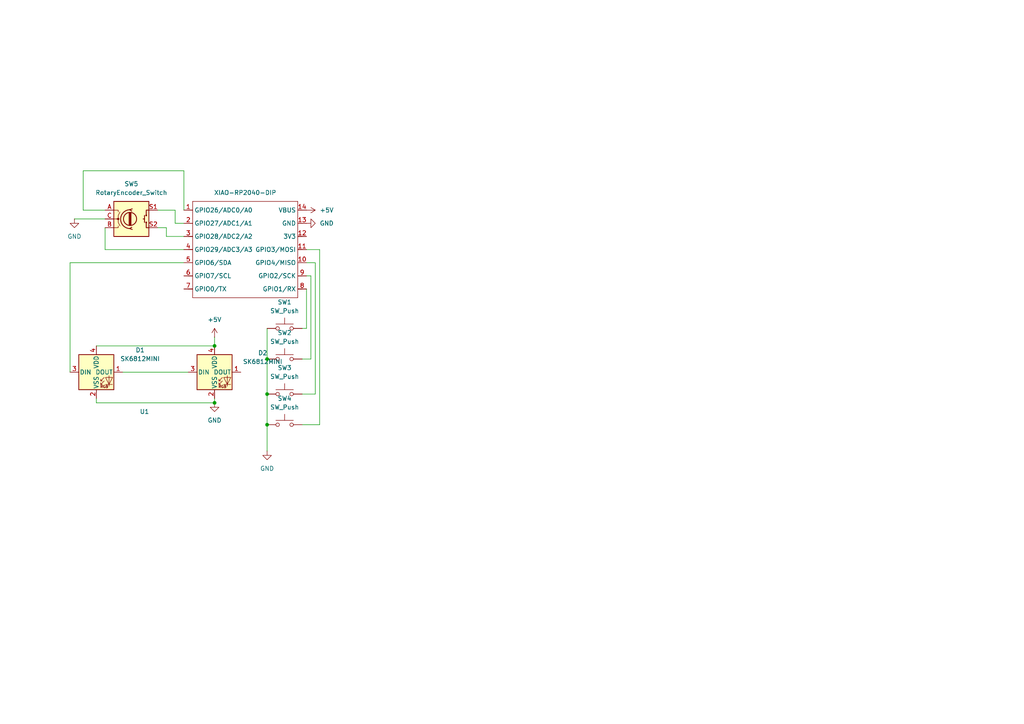
<source format=kicad_sch>
(kicad_sch
	(version 20250114)
	(generator "eeschema")
	(generator_version "9.0")
	(uuid "d9a4ffc4-cec7-48c4-86f8-a8a897b2a263")
	(paper "A4")
	(lib_symbols
		(symbol "Device:RotaryEncoder_Switch"
			(pin_names
				(offset 0.254)
				(hide yes)
			)
			(exclude_from_sim no)
			(in_bom yes)
			(on_board yes)
			(property "Reference" "SW"
				(at 0 6.604 0)
				(effects
					(font
						(size 1.27 1.27)
					)
				)
			)
			(property "Value" "RotaryEncoder_Switch"
				(at 0 -6.604 0)
				(effects
					(font
						(size 1.27 1.27)
					)
				)
			)
			(property "Footprint" ""
				(at -3.81 4.064 0)
				(effects
					(font
						(size 1.27 1.27)
					)
					(hide yes)
				)
			)
			(property "Datasheet" "~"
				(at 0 6.604 0)
				(effects
					(font
						(size 1.27 1.27)
					)
					(hide yes)
				)
			)
			(property "Description" "Rotary encoder, dual channel, incremental quadrate outputs, with switch"
				(at 0 0 0)
				(effects
					(font
						(size 1.27 1.27)
					)
					(hide yes)
				)
			)
			(property "ki_keywords" "rotary switch encoder switch push button"
				(at 0 0 0)
				(effects
					(font
						(size 1.27 1.27)
					)
					(hide yes)
				)
			)
			(property "ki_fp_filters" "RotaryEncoder*Switch*"
				(at 0 0 0)
				(effects
					(font
						(size 1.27 1.27)
					)
					(hide yes)
				)
			)
			(symbol "RotaryEncoder_Switch_0_1"
				(rectangle
					(start -5.08 5.08)
					(end 5.08 -5.08)
					(stroke
						(width 0.254)
						(type default)
					)
					(fill
						(type background)
					)
				)
				(polyline
					(pts
						(xy -5.08 2.54) (xy -3.81 2.54) (xy -3.81 2.032)
					)
					(stroke
						(width 0)
						(type default)
					)
					(fill
						(type none)
					)
				)
				(polyline
					(pts
						(xy -5.08 0) (xy -3.81 0) (xy -3.81 -1.016) (xy -3.302 -2.032)
					)
					(stroke
						(width 0)
						(type default)
					)
					(fill
						(type none)
					)
				)
				(polyline
					(pts
						(xy -5.08 -2.54) (xy -3.81 -2.54) (xy -3.81 -2.032)
					)
					(stroke
						(width 0)
						(type default)
					)
					(fill
						(type none)
					)
				)
				(polyline
					(pts
						(xy -4.318 0) (xy -3.81 0) (xy -3.81 1.016) (xy -3.302 2.032)
					)
					(stroke
						(width 0)
						(type default)
					)
					(fill
						(type none)
					)
				)
				(circle
					(center -3.81 0)
					(radius 0.254)
					(stroke
						(width 0)
						(type default)
					)
					(fill
						(type outline)
					)
				)
				(polyline
					(pts
						(xy -0.635 -1.778) (xy -0.635 1.778)
					)
					(stroke
						(width 0.254)
						(type default)
					)
					(fill
						(type none)
					)
				)
				(circle
					(center -0.381 0)
					(radius 1.905)
					(stroke
						(width 0.254)
						(type default)
					)
					(fill
						(type none)
					)
				)
				(polyline
					(pts
						(xy -0.381 -1.778) (xy -0.381 1.778)
					)
					(stroke
						(width 0.254)
						(type default)
					)
					(fill
						(type none)
					)
				)
				(arc
					(start -0.381 -2.794)
					(mid -3.0988 -0.0635)
					(end -0.381 2.667)
					(stroke
						(width 0.254)
						(type default)
					)
					(fill
						(type none)
					)
				)
				(polyline
					(pts
						(xy -0.127 1.778) (xy -0.127 -1.778)
					)
					(stroke
						(width 0.254)
						(type default)
					)
					(fill
						(type none)
					)
				)
				(polyline
					(pts
						(xy 0.254 2.921) (xy -0.508 2.667) (xy 0.127 2.286)
					)
					(stroke
						(width 0.254)
						(type default)
					)
					(fill
						(type none)
					)
				)
				(polyline
					(pts
						(xy 0.254 -3.048) (xy -0.508 -2.794) (xy 0.127 -2.413)
					)
					(stroke
						(width 0.254)
						(type default)
					)
					(fill
						(type none)
					)
				)
				(polyline
					(pts
						(xy 3.81 1.016) (xy 3.81 -1.016)
					)
					(stroke
						(width 0.254)
						(type default)
					)
					(fill
						(type none)
					)
				)
				(polyline
					(pts
						(xy 3.81 0) (xy 3.429 0)
					)
					(stroke
						(width 0.254)
						(type default)
					)
					(fill
						(type none)
					)
				)
				(circle
					(center 4.318 1.016)
					(radius 0.127)
					(stroke
						(width 0.254)
						(type default)
					)
					(fill
						(type none)
					)
				)
				(circle
					(center 4.318 -1.016)
					(radius 0.127)
					(stroke
						(width 0.254)
						(type default)
					)
					(fill
						(type none)
					)
				)
				(polyline
					(pts
						(xy 5.08 2.54) (xy 4.318 2.54) (xy 4.318 1.016)
					)
					(stroke
						(width 0.254)
						(type default)
					)
					(fill
						(type none)
					)
				)
				(polyline
					(pts
						(xy 5.08 -2.54) (xy 4.318 -2.54) (xy 4.318 -1.016)
					)
					(stroke
						(width 0.254)
						(type default)
					)
					(fill
						(type none)
					)
				)
			)
			(symbol "RotaryEncoder_Switch_1_1"
				(pin passive line
					(at -7.62 2.54 0)
					(length 2.54)
					(name "A"
						(effects
							(font
								(size 1.27 1.27)
							)
						)
					)
					(number "A"
						(effects
							(font
								(size 1.27 1.27)
							)
						)
					)
				)
				(pin passive line
					(at -7.62 0 0)
					(length 2.54)
					(name "C"
						(effects
							(font
								(size 1.27 1.27)
							)
						)
					)
					(number "C"
						(effects
							(font
								(size 1.27 1.27)
							)
						)
					)
				)
				(pin passive line
					(at -7.62 -2.54 0)
					(length 2.54)
					(name "B"
						(effects
							(font
								(size 1.27 1.27)
							)
						)
					)
					(number "B"
						(effects
							(font
								(size 1.27 1.27)
							)
						)
					)
				)
				(pin passive line
					(at 7.62 2.54 180)
					(length 2.54)
					(name "S1"
						(effects
							(font
								(size 1.27 1.27)
							)
						)
					)
					(number "S1"
						(effects
							(font
								(size 1.27 1.27)
							)
						)
					)
				)
				(pin passive line
					(at 7.62 -2.54 180)
					(length 2.54)
					(name "S2"
						(effects
							(font
								(size 1.27 1.27)
							)
						)
					)
					(number "S2"
						(effects
							(font
								(size 1.27 1.27)
							)
						)
					)
				)
			)
			(embedded_fonts no)
		)
		(symbol "LED:SK6812MINI"
			(pin_names
				(offset 0.254)
			)
			(exclude_from_sim no)
			(in_bom yes)
			(on_board yes)
			(property "Reference" "D"
				(at 5.08 5.715 0)
				(effects
					(font
						(size 1.27 1.27)
					)
					(justify right bottom)
				)
			)
			(property "Value" "SK6812MINI"
				(at 1.27 -5.715 0)
				(effects
					(font
						(size 1.27 1.27)
					)
					(justify left top)
				)
			)
			(property "Footprint" "LED_SMD:LED_SK6812MINI_PLCC4_3.5x3.5mm_P1.75mm"
				(at 1.27 -7.62 0)
				(effects
					(font
						(size 1.27 1.27)
					)
					(justify left top)
					(hide yes)
				)
			)
			(property "Datasheet" "https://cdn-shop.adafruit.com/product-files/2686/SK6812MINI_REV.01-1-2.pdf"
				(at 2.54 -9.525 0)
				(effects
					(font
						(size 1.27 1.27)
					)
					(justify left top)
					(hide yes)
				)
			)
			(property "Description" "RGB LED with integrated controller"
				(at 0 0 0)
				(effects
					(font
						(size 1.27 1.27)
					)
					(hide yes)
				)
			)
			(property "ki_keywords" "RGB LED NeoPixel Mini addressable"
				(at 0 0 0)
				(effects
					(font
						(size 1.27 1.27)
					)
					(hide yes)
				)
			)
			(property "ki_fp_filters" "LED*SK6812MINI*PLCC*3.5x3.5mm*P1.75mm*"
				(at 0 0 0)
				(effects
					(font
						(size 1.27 1.27)
					)
					(hide yes)
				)
			)
			(symbol "SK6812MINI_0_0"
				(text "RGB"
					(at 2.286 -4.191 0)
					(effects
						(font
							(size 0.762 0.762)
						)
					)
				)
			)
			(symbol "SK6812MINI_0_1"
				(polyline
					(pts
						(xy 1.27 -2.54) (xy 1.778 -2.54)
					)
					(stroke
						(width 0)
						(type default)
					)
					(fill
						(type none)
					)
				)
				(polyline
					(pts
						(xy 1.27 -3.556) (xy 1.778 -3.556)
					)
					(stroke
						(width 0)
						(type default)
					)
					(fill
						(type none)
					)
				)
				(polyline
					(pts
						(xy 2.286 -1.524) (xy 1.27 -2.54) (xy 1.27 -2.032)
					)
					(stroke
						(width 0)
						(type default)
					)
					(fill
						(type none)
					)
				)
				(polyline
					(pts
						(xy 2.286 -2.54) (xy 1.27 -3.556) (xy 1.27 -3.048)
					)
					(stroke
						(width 0)
						(type default)
					)
					(fill
						(type none)
					)
				)
				(polyline
					(pts
						(xy 3.683 -1.016) (xy 3.683 -3.556) (xy 3.683 -4.064)
					)
					(stroke
						(width 0)
						(type default)
					)
					(fill
						(type none)
					)
				)
				(polyline
					(pts
						(xy 4.699 -1.524) (xy 2.667 -1.524) (xy 3.683 -3.556) (xy 4.699 -1.524)
					)
					(stroke
						(width 0)
						(type default)
					)
					(fill
						(type none)
					)
				)
				(polyline
					(pts
						(xy 4.699 -3.556) (xy 2.667 -3.556)
					)
					(stroke
						(width 0)
						(type default)
					)
					(fill
						(type none)
					)
				)
				(rectangle
					(start 5.08 5.08)
					(end -5.08 -5.08)
					(stroke
						(width 0.254)
						(type default)
					)
					(fill
						(type background)
					)
				)
			)
			(symbol "SK6812MINI_1_1"
				(pin input line
					(at -7.62 0 0)
					(length 2.54)
					(name "DIN"
						(effects
							(font
								(size 1.27 1.27)
							)
						)
					)
					(number "3"
						(effects
							(font
								(size 1.27 1.27)
							)
						)
					)
				)
				(pin power_in line
					(at 0 7.62 270)
					(length 2.54)
					(name "VDD"
						(effects
							(font
								(size 1.27 1.27)
							)
						)
					)
					(number "4"
						(effects
							(font
								(size 1.27 1.27)
							)
						)
					)
				)
				(pin power_in line
					(at 0 -7.62 90)
					(length 2.54)
					(name "VSS"
						(effects
							(font
								(size 1.27 1.27)
							)
						)
					)
					(number "2"
						(effects
							(font
								(size 1.27 1.27)
							)
						)
					)
				)
				(pin output line
					(at 7.62 0 180)
					(length 2.54)
					(name "DOUT"
						(effects
							(font
								(size 1.27 1.27)
							)
						)
					)
					(number "1"
						(effects
							(font
								(size 1.27 1.27)
							)
						)
					)
				)
			)
			(embedded_fonts no)
		)
		(symbol "OPL Lib:XIAO-RP2040-DIP"
			(exclude_from_sim no)
			(in_bom yes)
			(on_board yes)
			(property "Reference" "U"
				(at 0 0 0)
				(effects
					(font
						(size 1.27 1.27)
					)
				)
			)
			(property "Value" "XIAO-RP2040-DIP"
				(at 5.334 -1.778 0)
				(effects
					(font
						(size 1.27 1.27)
					)
				)
			)
			(property "Footprint" "Module:MOUDLE14P-XIAO-DIP-SMD"
				(at 14.478 -32.258 0)
				(effects
					(font
						(size 1.27 1.27)
					)
					(hide yes)
				)
			)
			(property "Datasheet" ""
				(at 0 0 0)
				(effects
					(font
						(size 1.27 1.27)
					)
					(hide yes)
				)
			)
			(property "Description" ""
				(at 0 0 0)
				(effects
					(font
						(size 1.27 1.27)
					)
					(hide yes)
				)
			)
			(symbol "XIAO-RP2040-DIP_1_0"
				(polyline
					(pts
						(xy -1.27 -2.54) (xy 29.21 -2.54)
					)
					(stroke
						(width 0.1524)
						(type solid)
					)
					(fill
						(type none)
					)
				)
				(polyline
					(pts
						(xy -1.27 -5.08) (xy -2.54 -5.08)
					)
					(stroke
						(width 0.1524)
						(type solid)
					)
					(fill
						(type none)
					)
				)
				(polyline
					(pts
						(xy -1.27 -5.08) (xy -1.27 -2.54)
					)
					(stroke
						(width 0.1524)
						(type solid)
					)
					(fill
						(type none)
					)
				)
				(polyline
					(pts
						(xy -1.27 -8.89) (xy -2.54 -8.89)
					)
					(stroke
						(width 0.1524)
						(type solid)
					)
					(fill
						(type none)
					)
				)
				(polyline
					(pts
						(xy -1.27 -8.89) (xy -1.27 -5.08)
					)
					(stroke
						(width 0.1524)
						(type solid)
					)
					(fill
						(type none)
					)
				)
				(polyline
					(pts
						(xy -1.27 -12.7) (xy -2.54 -12.7)
					)
					(stroke
						(width 0.1524)
						(type solid)
					)
					(fill
						(type none)
					)
				)
				(polyline
					(pts
						(xy -1.27 -12.7) (xy -1.27 -8.89)
					)
					(stroke
						(width 0.1524)
						(type solid)
					)
					(fill
						(type none)
					)
				)
				(polyline
					(pts
						(xy -1.27 -16.51) (xy -2.54 -16.51)
					)
					(stroke
						(width 0.1524)
						(type solid)
					)
					(fill
						(type none)
					)
				)
				(polyline
					(pts
						(xy -1.27 -16.51) (xy -1.27 -12.7)
					)
					(stroke
						(width 0.1524)
						(type solid)
					)
					(fill
						(type none)
					)
				)
				(polyline
					(pts
						(xy -1.27 -20.32) (xy -2.54 -20.32)
					)
					(stroke
						(width 0.1524)
						(type solid)
					)
					(fill
						(type none)
					)
				)
				(polyline
					(pts
						(xy -1.27 -24.13) (xy -2.54 -24.13)
					)
					(stroke
						(width 0.1524)
						(type solid)
					)
					(fill
						(type none)
					)
				)
				(polyline
					(pts
						(xy -1.27 -27.94) (xy -2.54 -27.94)
					)
					(stroke
						(width 0.1524)
						(type solid)
					)
					(fill
						(type none)
					)
				)
				(polyline
					(pts
						(xy -1.27 -30.48) (xy -1.27 -16.51)
					)
					(stroke
						(width 0.1524)
						(type solid)
					)
					(fill
						(type none)
					)
				)
				(polyline
					(pts
						(xy 29.21 -2.54) (xy 29.21 -5.08)
					)
					(stroke
						(width 0.1524)
						(type solid)
					)
					(fill
						(type none)
					)
				)
				(polyline
					(pts
						(xy 29.21 -5.08) (xy 29.21 -8.89)
					)
					(stroke
						(width 0.1524)
						(type solid)
					)
					(fill
						(type none)
					)
				)
				(polyline
					(pts
						(xy 29.21 -8.89) (xy 29.21 -12.7)
					)
					(stroke
						(width 0.1524)
						(type solid)
					)
					(fill
						(type none)
					)
				)
				(polyline
					(pts
						(xy 29.21 -12.7) (xy 29.21 -30.48)
					)
					(stroke
						(width 0.1524)
						(type solid)
					)
					(fill
						(type none)
					)
				)
				(polyline
					(pts
						(xy 29.21 -30.48) (xy -1.27 -30.48)
					)
					(stroke
						(width 0.1524)
						(type solid)
					)
					(fill
						(type none)
					)
				)
				(polyline
					(pts
						(xy 30.48 -5.08) (xy 29.21 -5.08)
					)
					(stroke
						(width 0.1524)
						(type solid)
					)
					(fill
						(type none)
					)
				)
				(polyline
					(pts
						(xy 30.48 -8.89) (xy 29.21 -8.89)
					)
					(stroke
						(width 0.1524)
						(type solid)
					)
					(fill
						(type none)
					)
				)
				(polyline
					(pts
						(xy 30.48 -12.7) (xy 29.21 -12.7)
					)
					(stroke
						(width 0.1524)
						(type solid)
					)
					(fill
						(type none)
					)
				)
				(polyline
					(pts
						(xy 30.48 -16.51) (xy 29.21 -16.51)
					)
					(stroke
						(width 0.1524)
						(type solid)
					)
					(fill
						(type none)
					)
				)
				(polyline
					(pts
						(xy 30.48 -20.32) (xy 29.21 -20.32)
					)
					(stroke
						(width 0.1524)
						(type solid)
					)
					(fill
						(type none)
					)
				)
				(polyline
					(pts
						(xy 30.48 -24.13) (xy 29.21 -24.13)
					)
					(stroke
						(width 0.1524)
						(type solid)
					)
					(fill
						(type none)
					)
				)
				(polyline
					(pts
						(xy 30.48 -27.94) (xy 29.21 -27.94)
					)
					(stroke
						(width 0.1524)
						(type solid)
					)
					(fill
						(type none)
					)
				)
				(pin passive line
					(at -3.81 -5.08 0)
					(length 2.54)
					(name "GPIO26/ADC0/A0"
						(effects
							(font
								(size 1.27 1.27)
							)
						)
					)
					(number "1"
						(effects
							(font
								(size 1.27 1.27)
							)
						)
					)
				)
				(pin passive line
					(at -3.81 -8.89 0)
					(length 2.54)
					(name "GPIO27/ADC1/A1"
						(effects
							(font
								(size 1.27 1.27)
							)
						)
					)
					(number "2"
						(effects
							(font
								(size 1.27 1.27)
							)
						)
					)
				)
				(pin passive line
					(at -3.81 -12.7 0)
					(length 2.54)
					(name "GPIO28/ADC2/A2"
						(effects
							(font
								(size 1.27 1.27)
							)
						)
					)
					(number "3"
						(effects
							(font
								(size 1.27 1.27)
							)
						)
					)
				)
				(pin passive line
					(at -3.81 -16.51 0)
					(length 2.54)
					(name "GPIO29/ADC3/A3"
						(effects
							(font
								(size 1.27 1.27)
							)
						)
					)
					(number "4"
						(effects
							(font
								(size 1.27 1.27)
							)
						)
					)
				)
				(pin passive line
					(at -3.81 -20.32 0)
					(length 2.54)
					(name "GPIO6/SDA"
						(effects
							(font
								(size 1.27 1.27)
							)
						)
					)
					(number "5"
						(effects
							(font
								(size 1.27 1.27)
							)
						)
					)
				)
				(pin passive line
					(at -3.81 -24.13 0)
					(length 2.54)
					(name "GPIO7/SCL"
						(effects
							(font
								(size 1.27 1.27)
							)
						)
					)
					(number "6"
						(effects
							(font
								(size 1.27 1.27)
							)
						)
					)
				)
				(pin passive line
					(at -3.81 -27.94 0)
					(length 2.54)
					(name "GPIO0/TX"
						(effects
							(font
								(size 1.27 1.27)
							)
						)
					)
					(number "7"
						(effects
							(font
								(size 1.27 1.27)
							)
						)
					)
				)
				(pin passive line
					(at 31.75 -5.08 180)
					(length 2.54)
					(name "VBUS"
						(effects
							(font
								(size 1.27 1.27)
							)
						)
					)
					(number "14"
						(effects
							(font
								(size 1.27 1.27)
							)
						)
					)
				)
				(pin passive line
					(at 31.75 -8.89 180)
					(length 2.54)
					(name "GND"
						(effects
							(font
								(size 1.27 1.27)
							)
						)
					)
					(number "13"
						(effects
							(font
								(size 1.27 1.27)
							)
						)
					)
				)
				(pin passive line
					(at 31.75 -12.7 180)
					(length 2.54)
					(name "3V3"
						(effects
							(font
								(size 1.27 1.27)
							)
						)
					)
					(number "12"
						(effects
							(font
								(size 1.27 1.27)
							)
						)
					)
				)
				(pin passive line
					(at 31.75 -16.51 180)
					(length 2.54)
					(name "GPIO3/MOSI"
						(effects
							(font
								(size 1.27 1.27)
							)
						)
					)
					(number "11"
						(effects
							(font
								(size 1.27 1.27)
							)
						)
					)
				)
				(pin passive line
					(at 31.75 -20.32 180)
					(length 2.54)
					(name "GPIO4/MISO"
						(effects
							(font
								(size 1.27 1.27)
							)
						)
					)
					(number "10"
						(effects
							(font
								(size 1.27 1.27)
							)
						)
					)
				)
				(pin passive line
					(at 31.75 -24.13 180)
					(length 2.54)
					(name "GPIO2/SCK"
						(effects
							(font
								(size 1.27 1.27)
							)
						)
					)
					(number "9"
						(effects
							(font
								(size 1.27 1.27)
							)
						)
					)
				)
				(pin passive line
					(at 31.75 -27.94 180)
					(length 2.54)
					(name "GPIO1/RX"
						(effects
							(font
								(size 1.27 1.27)
							)
						)
					)
					(number "8"
						(effects
							(font
								(size 1.27 1.27)
							)
						)
					)
				)
			)
			(embedded_fonts no)
		)
		(symbol "Switch:SW_Push"
			(pin_numbers
				(hide yes)
			)
			(pin_names
				(offset 1.016)
				(hide yes)
			)
			(exclude_from_sim no)
			(in_bom yes)
			(on_board yes)
			(property "Reference" "SW"
				(at 1.27 2.54 0)
				(effects
					(font
						(size 1.27 1.27)
					)
					(justify left)
				)
			)
			(property "Value" "SW_Push"
				(at 0 -1.524 0)
				(effects
					(font
						(size 1.27 1.27)
					)
				)
			)
			(property "Footprint" ""
				(at 0 5.08 0)
				(effects
					(font
						(size 1.27 1.27)
					)
					(hide yes)
				)
			)
			(property "Datasheet" "~"
				(at 0 5.08 0)
				(effects
					(font
						(size 1.27 1.27)
					)
					(hide yes)
				)
			)
			(property "Description" "Push button switch, generic, two pins"
				(at 0 0 0)
				(effects
					(font
						(size 1.27 1.27)
					)
					(hide yes)
				)
			)
			(property "ki_keywords" "switch normally-open pushbutton push-button"
				(at 0 0 0)
				(effects
					(font
						(size 1.27 1.27)
					)
					(hide yes)
				)
			)
			(symbol "SW_Push_0_1"
				(circle
					(center -2.032 0)
					(radius 0.508)
					(stroke
						(width 0)
						(type default)
					)
					(fill
						(type none)
					)
				)
				(polyline
					(pts
						(xy 0 1.27) (xy 0 3.048)
					)
					(stroke
						(width 0)
						(type default)
					)
					(fill
						(type none)
					)
				)
				(circle
					(center 2.032 0)
					(radius 0.508)
					(stroke
						(width 0)
						(type default)
					)
					(fill
						(type none)
					)
				)
				(polyline
					(pts
						(xy 2.54 1.27) (xy -2.54 1.27)
					)
					(stroke
						(width 0)
						(type default)
					)
					(fill
						(type none)
					)
				)
				(pin passive line
					(at -5.08 0 0)
					(length 2.54)
					(name "1"
						(effects
							(font
								(size 1.27 1.27)
							)
						)
					)
					(number "1"
						(effects
							(font
								(size 1.27 1.27)
							)
						)
					)
				)
				(pin passive line
					(at 5.08 0 180)
					(length 2.54)
					(name "2"
						(effects
							(font
								(size 1.27 1.27)
							)
						)
					)
					(number "2"
						(effects
							(font
								(size 1.27 1.27)
							)
						)
					)
				)
			)
			(embedded_fonts no)
		)
		(symbol "power:+5V"
			(power)
			(pin_numbers
				(hide yes)
			)
			(pin_names
				(offset 0)
				(hide yes)
			)
			(exclude_from_sim no)
			(in_bom yes)
			(on_board yes)
			(property "Reference" "#PWR"
				(at 0 -3.81 0)
				(effects
					(font
						(size 1.27 1.27)
					)
					(hide yes)
				)
			)
			(property "Value" "+5V"
				(at 0 3.556 0)
				(effects
					(font
						(size 1.27 1.27)
					)
				)
			)
			(property "Footprint" ""
				(at 0 0 0)
				(effects
					(font
						(size 1.27 1.27)
					)
					(hide yes)
				)
			)
			(property "Datasheet" ""
				(at 0 0 0)
				(effects
					(font
						(size 1.27 1.27)
					)
					(hide yes)
				)
			)
			(property "Description" "Power symbol creates a global label with name \"+5V\""
				(at 0 0 0)
				(effects
					(font
						(size 1.27 1.27)
					)
					(hide yes)
				)
			)
			(property "ki_keywords" "global power"
				(at 0 0 0)
				(effects
					(font
						(size 1.27 1.27)
					)
					(hide yes)
				)
			)
			(symbol "+5V_0_1"
				(polyline
					(pts
						(xy -0.762 1.27) (xy 0 2.54)
					)
					(stroke
						(width 0)
						(type default)
					)
					(fill
						(type none)
					)
				)
				(polyline
					(pts
						(xy 0 2.54) (xy 0.762 1.27)
					)
					(stroke
						(width 0)
						(type default)
					)
					(fill
						(type none)
					)
				)
				(polyline
					(pts
						(xy 0 0) (xy 0 2.54)
					)
					(stroke
						(width 0)
						(type default)
					)
					(fill
						(type none)
					)
				)
			)
			(symbol "+5V_1_1"
				(pin power_in line
					(at 0 0 90)
					(length 0)
					(name "~"
						(effects
							(font
								(size 1.27 1.27)
							)
						)
					)
					(number "1"
						(effects
							(font
								(size 1.27 1.27)
							)
						)
					)
				)
			)
			(embedded_fonts no)
		)
		(symbol "power:GND"
			(power)
			(pin_numbers
				(hide yes)
			)
			(pin_names
				(offset 0)
				(hide yes)
			)
			(exclude_from_sim no)
			(in_bom yes)
			(on_board yes)
			(property "Reference" "#PWR"
				(at 0 -6.35 0)
				(effects
					(font
						(size 1.27 1.27)
					)
					(hide yes)
				)
			)
			(property "Value" "GND"
				(at 0 -3.81 0)
				(effects
					(font
						(size 1.27 1.27)
					)
				)
			)
			(property "Footprint" ""
				(at 0 0 0)
				(effects
					(font
						(size 1.27 1.27)
					)
					(hide yes)
				)
			)
			(property "Datasheet" ""
				(at 0 0 0)
				(effects
					(font
						(size 1.27 1.27)
					)
					(hide yes)
				)
			)
			(property "Description" "Power symbol creates a global label with name \"GND\" , ground"
				(at 0 0 0)
				(effects
					(font
						(size 1.27 1.27)
					)
					(hide yes)
				)
			)
			(property "ki_keywords" "global power"
				(at 0 0 0)
				(effects
					(font
						(size 1.27 1.27)
					)
					(hide yes)
				)
			)
			(symbol "GND_0_1"
				(polyline
					(pts
						(xy 0 0) (xy 0 -1.27) (xy 1.27 -1.27) (xy 0 -2.54) (xy -1.27 -1.27) (xy 0 -1.27)
					)
					(stroke
						(width 0)
						(type default)
					)
					(fill
						(type none)
					)
				)
			)
			(symbol "GND_1_1"
				(pin power_in line
					(at 0 0 270)
					(length 0)
					(name "~"
						(effects
							(font
								(size 1.27 1.27)
							)
						)
					)
					(number "1"
						(effects
							(font
								(size 1.27 1.27)
							)
						)
					)
				)
			)
			(embedded_fonts no)
		)
	)
	(junction
		(at 62.23 100.33)
		(diameter 0)
		(color 0 0 0 0)
		(uuid "251fd324-5fca-4b73-bdd0-7f3abdfe2491")
	)
	(junction
		(at 77.47 123.19)
		(diameter 0)
		(color 0 0 0 0)
		(uuid "82428abd-46d4-4137-b6a0-538e947e6ddd")
	)
	(junction
		(at 77.47 114.3)
		(diameter 0)
		(color 0 0 0 0)
		(uuid "cf2a6946-cfb1-4c4f-bc27-643f635370d8")
	)
	(junction
		(at 62.23 116.84)
		(diameter 0)
		(color 0 0 0 0)
		(uuid "d6f14026-0a82-41ef-a7dc-60d029c1e517")
	)
	(junction
		(at 77.47 104.14)
		(diameter 0)
		(color 0 0 0 0)
		(uuid "eb6c339d-0bcc-41c9-8819-f974b63cd073")
	)
	(wire
		(pts
			(xy 77.47 104.14) (xy 77.47 114.3)
		)
		(stroke
			(width 0)
			(type default)
		)
		(uuid "0227d865-838d-4186-a32b-3f5bb889c6f6")
	)
	(wire
		(pts
			(xy 45.72 60.96) (xy 50.8 60.96)
		)
		(stroke
			(width 0)
			(type default)
		)
		(uuid "0ba3d7bb-f832-4d34-860c-b2a5db4049ba")
	)
	(wire
		(pts
			(xy 77.47 114.3) (xy 77.47 123.19)
		)
		(stroke
			(width 0)
			(type default)
		)
		(uuid "0d04b8bf-9e67-4711-b43f-ad752e2fe2bc")
	)
	(wire
		(pts
			(xy 62.23 116.84) (xy 27.94 116.84)
		)
		(stroke
			(width 0)
			(type default)
		)
		(uuid "15bb69f9-d1f1-4800-825a-2b8910f46592")
	)
	(wire
		(pts
			(xy 21.59 63.5) (xy 30.48 63.5)
		)
		(stroke
			(width 0)
			(type default)
		)
		(uuid "1ec53e9a-6781-4e99-83ae-79cfaf1316b1")
	)
	(wire
		(pts
			(xy 92.71 72.39) (xy 88.9 72.39)
		)
		(stroke
			(width 0)
			(type default)
		)
		(uuid "21480b2b-485e-44a3-88a2-616ccbc214ad")
	)
	(wire
		(pts
			(xy 45.72 66.04) (xy 48.26 66.04)
		)
		(stroke
			(width 0)
			(type default)
		)
		(uuid "22bb0530-6224-4a97-9e30-75931ea89c63")
	)
	(wire
		(pts
			(xy 87.63 123.19) (xy 92.71 123.19)
		)
		(stroke
			(width 0)
			(type default)
		)
		(uuid "22f4466d-8c63-4d32-85bc-fbd548d180d0")
	)
	(wire
		(pts
			(xy 90.17 80.01) (xy 88.9 80.01)
		)
		(stroke
			(width 0)
			(type default)
		)
		(uuid "25220328-fbcf-489d-8b2c-d646c1c3c850")
	)
	(wire
		(pts
			(xy 48.26 66.04) (xy 48.26 68.58)
		)
		(stroke
			(width 0)
			(type default)
		)
		(uuid "2d4331ee-01e2-43a2-96bb-e00a464ff538")
	)
	(wire
		(pts
			(xy 20.32 107.95) (xy 20.32 76.2)
		)
		(stroke
			(width 0)
			(type default)
		)
		(uuid "36ab03cd-171e-40be-9f91-9c80ef4529e9")
	)
	(wire
		(pts
			(xy 24.13 49.53) (xy 53.34 49.53)
		)
		(stroke
			(width 0)
			(type default)
		)
		(uuid "36f2e1b5-6fde-4739-ab10-e9f7b96d510a")
	)
	(wire
		(pts
			(xy 24.13 60.96) (xy 24.13 49.53)
		)
		(stroke
			(width 0)
			(type default)
		)
		(uuid "38c90300-9cca-43ab-bf07-5ccfa8af2fc0")
	)
	(wire
		(pts
			(xy 87.63 95.25) (xy 88.9 95.25)
		)
		(stroke
			(width 0)
			(type default)
		)
		(uuid "3c9be83d-1a60-4416-af32-d5c35823ffb7")
	)
	(wire
		(pts
			(xy 50.8 64.77) (xy 53.34 64.77)
		)
		(stroke
			(width 0)
			(type default)
		)
		(uuid "3e717048-c3f0-4b26-9af3-f71f1ddac4b5")
	)
	(wire
		(pts
			(xy 30.48 60.96) (xy 24.13 60.96)
		)
		(stroke
			(width 0)
			(type default)
		)
		(uuid "48a3af75-f03d-434f-bb59-33a62fef4355")
	)
	(wire
		(pts
			(xy 62.23 97.79) (xy 62.23 100.33)
		)
		(stroke
			(width 0)
			(type default)
		)
		(uuid "5a4481b4-fb52-4616-82e7-fd5eb742bf0c")
	)
	(wire
		(pts
			(xy 92.71 123.19) (xy 92.71 72.39)
		)
		(stroke
			(width 0)
			(type default)
		)
		(uuid "626be5f1-6aac-40f2-a5a2-c9e8c1b97df1")
	)
	(wire
		(pts
			(xy 62.23 115.57) (xy 62.23 116.84)
		)
		(stroke
			(width 0)
			(type default)
		)
		(uuid "63aab3ec-2a07-405a-9a35-754b359c5214")
	)
	(wire
		(pts
			(xy 87.63 114.3) (xy 91.44 114.3)
		)
		(stroke
			(width 0)
			(type default)
		)
		(uuid "6ee4ad50-0ffa-449a-8895-b480bea69cb8")
	)
	(wire
		(pts
			(xy 27.94 116.84) (xy 27.94 115.57)
		)
		(stroke
			(width 0)
			(type default)
		)
		(uuid "93a4e93d-1a7d-477f-9b6f-db7b8348706a")
	)
	(wire
		(pts
			(xy 20.32 76.2) (xy 53.34 76.2)
		)
		(stroke
			(width 0)
			(type default)
		)
		(uuid "96120079-511d-44c1-9117-5154e031aaf6")
	)
	(wire
		(pts
			(xy 87.63 104.14) (xy 90.17 104.14)
		)
		(stroke
			(width 0)
			(type default)
		)
		(uuid "a320b893-cccd-4316-a508-d31d8e520497")
	)
	(wire
		(pts
			(xy 53.34 49.53) (xy 53.34 60.96)
		)
		(stroke
			(width 0)
			(type default)
		)
		(uuid "a3e791ad-b7b9-42f0-9c00-de9d3e78115b")
	)
	(wire
		(pts
			(xy 91.44 114.3) (xy 91.44 76.2)
		)
		(stroke
			(width 0)
			(type default)
		)
		(uuid "a414ffbf-5db5-44b4-ba9f-15f9d832b9af")
	)
	(wire
		(pts
			(xy 77.47 95.25) (xy 77.47 104.14)
		)
		(stroke
			(width 0)
			(type default)
		)
		(uuid "a6da57ce-2c9c-4288-93fe-45bc47318dde")
	)
	(wire
		(pts
			(xy 50.8 60.96) (xy 50.8 64.77)
		)
		(stroke
			(width 0)
			(type default)
		)
		(uuid "a6ea74ca-3281-4bfc-9aee-96fc5c7eda5a")
	)
	(wire
		(pts
			(xy 77.47 123.19) (xy 77.47 130.81)
		)
		(stroke
			(width 0)
			(type default)
		)
		(uuid "b45f1fee-4770-4803-b364-dfa156f60538")
	)
	(wire
		(pts
			(xy 30.48 66.04) (xy 30.48 72.39)
		)
		(stroke
			(width 0)
			(type default)
		)
		(uuid "beeebff3-c23c-4b1a-89af-50e13f508281")
	)
	(wire
		(pts
			(xy 88.9 95.25) (xy 88.9 83.82)
		)
		(stroke
			(width 0)
			(type default)
		)
		(uuid "e0fd72e2-a168-468c-85ab-1633a22d9f16")
	)
	(wire
		(pts
			(xy 90.17 104.14) (xy 90.17 80.01)
		)
		(stroke
			(width 0)
			(type default)
		)
		(uuid "e87e6019-b40e-4b8b-8599-9a86852c99d7")
	)
	(wire
		(pts
			(xy 30.48 72.39) (xy 53.34 72.39)
		)
		(stroke
			(width 0)
			(type default)
		)
		(uuid "eeb7f64e-67f0-4e04-ae2a-5112179c44f4")
	)
	(wire
		(pts
			(xy 35.56 107.95) (xy 54.61 107.95)
		)
		(stroke
			(width 0)
			(type default)
		)
		(uuid "eedcd8d0-45e7-4c03-b482-bc7527dcb7e1")
	)
	(wire
		(pts
			(xy 27.94 100.33) (xy 62.23 100.33)
		)
		(stroke
			(width 0)
			(type default)
		)
		(uuid "ef398f72-d90c-4a64-94c2-7dd886fe0666")
	)
	(wire
		(pts
			(xy 48.26 68.58) (xy 53.34 68.58)
		)
		(stroke
			(width 0)
			(type default)
		)
		(uuid "f8dcddfc-a767-4121-9d2c-000e7b776fd5")
	)
	(wire
		(pts
			(xy 91.44 76.2) (xy 88.9 76.2)
		)
		(stroke
			(width 0)
			(type default)
		)
		(uuid "fa2cbdbf-4117-45ac-b270-1f7351275633")
	)
	(symbol
		(lib_id "LED:SK6812MINI")
		(at 62.23 107.95 0)
		(unit 1)
		(exclude_from_sim no)
		(in_bom yes)
		(on_board yes)
		(dnp no)
		(uuid "0dacde7e-2708-4088-a230-b870b5653661")
		(property "Reference" "D2"
			(at 76.2 102.362 0)
			(effects
				(font
					(size 1.27 1.27)
				)
			)
		)
		(property "Value" "SK6812MINI"
			(at 76.2 104.902 0)
			(effects
				(font
					(size 1.27 1.27)
				)
			)
		)
		(property "Footprint" "LED_SMD:LED_SK6812MINI_PLCC4_3.5x3.5mm_P1.75mm"
			(at 63.5 115.57 0)
			(effects
				(font
					(size 1.27 1.27)
				)
				(justify left top)
				(hide yes)
			)
		)
		(property "Datasheet" "https://cdn-shop.adafruit.com/product-files/2686/SK6812MINI_REV.01-1-2.pdf"
			(at 64.77 117.475 0)
			(effects
				(font
					(size 1.27 1.27)
				)
				(justify left top)
				(hide yes)
			)
		)
		(property "Description" "RGB LED with integrated controller"
			(at 62.23 107.95 0)
			(effects
				(font
					(size 1.27 1.27)
				)
				(hide yes)
			)
		)
		(pin "1"
			(uuid "a7c64b56-0299-4a60-8393-e348ed92c2a2")
		)
		(pin "3"
			(uuid "b06e7026-e568-4411-8eca-09d137c6b533")
		)
		(pin "4"
			(uuid "f31ed0ea-0b31-4751-9974-8d4386bb3d93")
		)
		(pin "2"
			(uuid "67ad94a2-778a-4f50-beab-473c3b145fa6")
		)
		(instances
			(project ""
				(path "/d9a4ffc4-cec7-48c4-86f8-a8a897b2a263"
					(reference "D2")
					(unit 1)
				)
			)
		)
	)
	(symbol
		(lib_id "Switch:SW_Push")
		(at 82.55 95.25 0)
		(unit 1)
		(exclude_from_sim no)
		(in_bom yes)
		(on_board yes)
		(dnp no)
		(fields_autoplaced yes)
		(uuid "28a69e75-9973-41bb-8eee-480c7642d106")
		(property "Reference" "SW1"
			(at 82.55 87.63 0)
			(effects
				(font
					(size 1.27 1.27)
				)
			)
		)
		(property "Value" "SW_Push"
			(at 82.55 90.17 0)
			(effects
				(font
					(size 1.27 1.27)
				)
			)
		)
		(property "Footprint" "Button_Switch_Keyboard:SW_Cherry_MX_1.00u_PCB"
			(at 82.55 90.17 0)
			(effects
				(font
					(size 1.27 1.27)
				)
				(hide yes)
			)
		)
		(property "Datasheet" "~"
			(at 82.55 90.17 0)
			(effects
				(font
					(size 1.27 1.27)
				)
				(hide yes)
			)
		)
		(property "Description" "Push button switch, generic, two pins"
			(at 82.55 95.25 0)
			(effects
				(font
					(size 1.27 1.27)
				)
				(hide yes)
			)
		)
		(pin "1"
			(uuid "71d958de-39aa-4ba7-bd0c-8f8ce4a32688")
		)
		(pin "2"
			(uuid "5f46d0d3-3b0e-47de-b47d-3abd33082f08")
		)
		(instances
			(project ""
				(path "/d9a4ffc4-cec7-48c4-86f8-a8a897b2a263"
					(reference "SW1")
					(unit 1)
				)
			)
		)
	)
	(symbol
		(lib_id "Switch:SW_Push")
		(at 82.55 123.19 0)
		(unit 1)
		(exclude_from_sim no)
		(in_bom yes)
		(on_board yes)
		(dnp no)
		(fields_autoplaced yes)
		(uuid "58c87338-23ba-4374-b72b-ea113785054c")
		(property "Reference" "SW4"
			(at 82.55 115.57 0)
			(effects
				(font
					(size 1.27 1.27)
				)
			)
		)
		(property "Value" "SW_Push"
			(at 82.55 118.11 0)
			(effects
				(font
					(size 1.27 1.27)
				)
			)
		)
		(property "Footprint" "Button_Switch_Keyboard:SW_Cherry_MX_1.00u_PCB"
			(at 82.55 118.11 0)
			(effects
				(font
					(size 1.27 1.27)
				)
				(hide yes)
			)
		)
		(property "Datasheet" "~"
			(at 82.55 118.11 0)
			(effects
				(font
					(size 1.27 1.27)
				)
				(hide yes)
			)
		)
		(property "Description" "Push button switch, generic, two pins"
			(at 82.55 123.19 0)
			(effects
				(font
					(size 1.27 1.27)
				)
				(hide yes)
			)
		)
		(pin "2"
			(uuid "6b5e776b-4bfd-415e-83f7-fceeaa0419c5")
		)
		(pin "1"
			(uuid "118f7d50-54df-467a-a4b3-2bcfe1eca7ac")
		)
		(instances
			(project ""
				(path "/d9a4ffc4-cec7-48c4-86f8-a8a897b2a263"
					(reference "SW4")
					(unit 1)
				)
			)
		)
	)
	(symbol
		(lib_id "power:GND")
		(at 77.47 130.81 0)
		(unit 1)
		(exclude_from_sim no)
		(in_bom yes)
		(on_board yes)
		(dnp no)
		(fields_autoplaced yes)
		(uuid "62c034b9-505f-4163-8640-2cc2d4c14524")
		(property "Reference" "#PWR01"
			(at 77.47 137.16 0)
			(effects
				(font
					(size 1.27 1.27)
				)
				(hide yes)
			)
		)
		(property "Value" "GND"
			(at 77.47 135.89 0)
			(effects
				(font
					(size 1.27 1.27)
				)
			)
		)
		(property "Footprint" ""
			(at 77.47 130.81 0)
			(effects
				(font
					(size 1.27 1.27)
				)
				(hide yes)
			)
		)
		(property "Datasheet" ""
			(at 77.47 130.81 0)
			(effects
				(font
					(size 1.27 1.27)
				)
				(hide yes)
			)
		)
		(property "Description" "Power symbol creates a global label with name \"GND\" , ground"
			(at 77.47 130.81 0)
			(effects
				(font
					(size 1.27 1.27)
				)
				(hide yes)
			)
		)
		(pin "1"
			(uuid "7a4f5cc4-01bf-48a4-a9e9-d7ae29117a68")
		)
		(instances
			(project ""
				(path "/d9a4ffc4-cec7-48c4-86f8-a8a897b2a263"
					(reference "#PWR01")
					(unit 1)
				)
			)
		)
	)
	(symbol
		(lib_id "OPL Lib:XIAO-RP2040-DIP")
		(at 57.15 55.88 0)
		(unit 1)
		(exclude_from_sim no)
		(in_bom yes)
		(on_board yes)
		(dnp no)
		(uuid "6edec422-ca34-403d-a30f-9a96586928da")
		(property "Reference" "U1"
			(at 41.91 119.38 0)
			(effects
				(font
					(size 1.27 1.27)
				)
			)
		)
		(property "Value" "XIAO-RP2040-DIP"
			(at 71.12 55.88 0)
			(effects
				(font
					(size 1.27 1.27)
				)
			)
		)
		(property "Footprint" "OPL Lib:XIAO-RP2040-DIP"
			(at 71.628 88.138 0)
			(effects
				(font
					(size 1.27 1.27)
				)
				(hide yes)
			)
		)
		(property "Datasheet" ""
			(at 57.15 55.88 0)
			(effects
				(font
					(size 1.27 1.27)
				)
				(hide yes)
			)
		)
		(property "Description" ""
			(at 57.15 55.88 0)
			(effects
				(font
					(size 1.27 1.27)
				)
				(hide yes)
			)
		)
		(pin "14"
			(uuid "0bafb061-7115-4b18-802e-f0481cd1b444")
		)
		(pin "7"
			(uuid "4d044678-ac7e-45ef-89fe-dbf79341d0ff")
		)
		(pin "6"
			(uuid "c36ffc6e-29b5-4c9d-a783-75242c5aba03")
		)
		(pin "3"
			(uuid "cf6b1b0f-1b09-4375-a8cc-5c01722b522e")
		)
		(pin "4"
			(uuid "25d286c2-8ec6-4132-b50b-55afd7dd8bfb")
		)
		(pin "11"
			(uuid "d818b90a-d729-4319-88bf-a3f1877aa5dd")
		)
		(pin "5"
			(uuid "456a7d84-0a76-464b-97a4-7fd40f429c13")
		)
		(pin "9"
			(uuid "07d9046e-2947-40ae-9fed-fc211adada72")
		)
		(pin "10"
			(uuid "2ae70a75-bbbd-4cc0-88ac-a869e2450fae")
		)
		(pin "12"
			(uuid "8aebaf7d-6aa6-4cc4-bb0b-2e9663160ead")
		)
		(pin "13"
			(uuid "af554998-5842-4657-8b05-a5fc2a98cc39")
		)
		(pin "1"
			(uuid "cc58d1ff-562f-4c71-ae60-2440fbf35f0d")
		)
		(pin "2"
			(uuid "9aa2024d-9fbf-42d9-b99c-237d9c29dd6a")
		)
		(pin "8"
			(uuid "ca97c525-88d7-4124-8682-5683c0992820")
		)
		(instances
			(project ""
				(path "/d9a4ffc4-cec7-48c4-86f8-a8a897b2a263"
					(reference "U1")
					(unit 1)
				)
			)
		)
	)
	(symbol
		(lib_id "power:+5V")
		(at 88.9 60.96 270)
		(unit 1)
		(exclude_from_sim no)
		(in_bom yes)
		(on_board yes)
		(dnp no)
		(fields_autoplaced yes)
		(uuid "7fd302ec-96a8-4323-b276-fe580ae81498")
		(property "Reference" "#PWR04"
			(at 85.09 60.96 0)
			(effects
				(font
					(size 1.27 1.27)
				)
				(hide yes)
			)
		)
		(property "Value" "+5V"
			(at 92.71 60.9599 90)
			(effects
				(font
					(size 1.27 1.27)
				)
				(justify left)
			)
		)
		(property "Footprint" ""
			(at 88.9 60.96 0)
			(effects
				(font
					(size 1.27 1.27)
				)
				(hide yes)
			)
		)
		(property "Datasheet" ""
			(at 88.9 60.96 0)
			(effects
				(font
					(size 1.27 1.27)
				)
				(hide yes)
			)
		)
		(property "Description" "Power symbol creates a global label with name \"+5V\""
			(at 88.9 60.96 0)
			(effects
				(font
					(size 1.27 1.27)
				)
				(hide yes)
			)
		)
		(pin "1"
			(uuid "dd045021-0fd8-4c63-96a8-01249812950e")
		)
		(instances
			(project ""
				(path "/d9a4ffc4-cec7-48c4-86f8-a8a897b2a263"
					(reference "#PWR04")
					(unit 1)
				)
			)
		)
	)
	(symbol
		(lib_id "power:GND")
		(at 88.9 64.77 90)
		(unit 1)
		(exclude_from_sim no)
		(in_bom yes)
		(on_board yes)
		(dnp no)
		(fields_autoplaced yes)
		(uuid "9fc2fe3d-eadf-4a7c-bcde-5ebca2647377")
		(property "Reference" "#PWR05"
			(at 95.25 64.77 0)
			(effects
				(font
					(size 1.27 1.27)
				)
				(hide yes)
			)
		)
		(property "Value" "GND"
			(at 92.71 64.7699 90)
			(effects
				(font
					(size 1.27 1.27)
				)
				(justify right)
			)
		)
		(property "Footprint" ""
			(at 88.9 64.77 0)
			(effects
				(font
					(size 1.27 1.27)
				)
				(hide yes)
			)
		)
		(property "Datasheet" ""
			(at 88.9 64.77 0)
			(effects
				(font
					(size 1.27 1.27)
				)
				(hide yes)
			)
		)
		(property "Description" "Power symbol creates a global label with name \"GND\" , ground"
			(at 88.9 64.77 0)
			(effects
				(font
					(size 1.27 1.27)
				)
				(hide yes)
			)
		)
		(pin "1"
			(uuid "f05546ff-6697-441e-bd8a-233690cb772d")
		)
		(instances
			(project ""
				(path "/d9a4ffc4-cec7-48c4-86f8-a8a897b2a263"
					(reference "#PWR05")
					(unit 1)
				)
			)
		)
	)
	(symbol
		(lib_id "Switch:SW_Push")
		(at 82.55 104.14 0)
		(unit 1)
		(exclude_from_sim no)
		(in_bom yes)
		(on_board yes)
		(dnp no)
		(uuid "ae9ffb59-c41e-4c33-8fe6-7e5fd4c2d46d")
		(property "Reference" "SW2"
			(at 82.55 96.52 0)
			(effects
				(font
					(size 1.27 1.27)
				)
			)
		)
		(property "Value" "SW_Push"
			(at 82.55 99.06 0)
			(effects
				(font
					(size 1.27 1.27)
				)
			)
		)
		(property "Footprint" "Button_Switch_Keyboard:SW_Cherry_MX_1.00u_PCB"
			(at 82.55 99.06 0)
			(effects
				(font
					(size 1.27 1.27)
				)
				(hide yes)
			)
		)
		(property "Datasheet" "~"
			(at 82.55 99.06 0)
			(effects
				(font
					(size 1.27 1.27)
				)
				(hide yes)
			)
		)
		(property "Description" "Push button switch, generic, two pins"
			(at 82.55 104.14 0)
			(effects
				(font
					(size 1.27 1.27)
				)
				(hide yes)
			)
		)
		(pin "1"
			(uuid "b6a9d0f7-f1ff-47ca-9146-538d3a2a6480")
		)
		(pin "2"
			(uuid "17da2f1d-b747-494f-b268-3763e0f7eeca")
		)
		(instances
			(project ""
				(path "/d9a4ffc4-cec7-48c4-86f8-a8a897b2a263"
					(reference "SW2")
					(unit 1)
				)
			)
		)
	)
	(symbol
		(lib_id "power:GND")
		(at 62.23 116.84 0)
		(unit 1)
		(exclude_from_sim no)
		(in_bom yes)
		(on_board yes)
		(dnp no)
		(fields_autoplaced yes)
		(uuid "b59f60bc-0d49-4edc-8434-3130dbba85fc")
		(property "Reference" "#PWR02"
			(at 62.23 123.19 0)
			(effects
				(font
					(size 1.27 1.27)
				)
				(hide yes)
			)
		)
		(property "Value" "GND"
			(at 62.23 121.92 0)
			(effects
				(font
					(size 1.27 1.27)
				)
			)
		)
		(property "Footprint" ""
			(at 62.23 116.84 0)
			(effects
				(font
					(size 1.27 1.27)
				)
				(hide yes)
			)
		)
		(property "Datasheet" ""
			(at 62.23 116.84 0)
			(effects
				(font
					(size 1.27 1.27)
				)
				(hide yes)
			)
		)
		(property "Description" "Power symbol creates a global label with name \"GND\" , ground"
			(at 62.23 116.84 0)
			(effects
				(font
					(size 1.27 1.27)
				)
				(hide yes)
			)
		)
		(pin "1"
			(uuid "3de7ebc6-7ade-4f92-9221-20147cf66c6f")
		)
		(instances
			(project ""
				(path "/d9a4ffc4-cec7-48c4-86f8-a8a897b2a263"
					(reference "#PWR02")
					(unit 1)
				)
			)
		)
	)
	(symbol
		(lib_id "LED:SK6812MINI")
		(at 27.94 107.95 0)
		(unit 1)
		(exclude_from_sim no)
		(in_bom yes)
		(on_board yes)
		(dnp no)
		(fields_autoplaced yes)
		(uuid "bd0e438f-9902-40f4-aa9a-67e73380396c")
		(property "Reference" "D1"
			(at 40.64 101.5298 0)
			(effects
				(font
					(size 1.27 1.27)
				)
			)
		)
		(property "Value" "SK6812MINI"
			(at 40.64 104.0698 0)
			(effects
				(font
					(size 1.27 1.27)
				)
			)
		)
		(property "Footprint" "LED_SMD:LED_SK6812MINI_PLCC4_3.5x3.5mm_P1.75mm"
			(at 29.21 115.57 0)
			(effects
				(font
					(size 1.27 1.27)
				)
				(justify left top)
				(hide yes)
			)
		)
		(property "Datasheet" "https://cdn-shop.adafruit.com/product-files/2686/SK6812MINI_REV.01-1-2.pdf"
			(at 30.48 117.475 0)
			(effects
				(font
					(size 1.27 1.27)
				)
				(justify left top)
				(hide yes)
			)
		)
		(property "Description" "RGB LED with integrated controller"
			(at 27.94 107.95 0)
			(effects
				(font
					(size 1.27 1.27)
				)
				(hide yes)
			)
		)
		(pin "1"
			(uuid "7702491e-2311-4ab2-b553-eb0fc35b8119")
		)
		(pin "4"
			(uuid "af8e0bba-92b2-442e-a87c-2653ad090ee7")
		)
		(pin "2"
			(uuid "04d64e01-c1e0-4913-94d1-ecff7925b936")
		)
		(pin "3"
			(uuid "b4f10c0d-8e3e-45a3-bc4b-74d6be984c8b")
		)
		(instances
			(project ""
				(path "/d9a4ffc4-cec7-48c4-86f8-a8a897b2a263"
					(reference "D1")
					(unit 1)
				)
			)
		)
	)
	(symbol
		(lib_id "power:+5V")
		(at 62.23 97.79 0)
		(unit 1)
		(exclude_from_sim no)
		(in_bom yes)
		(on_board yes)
		(dnp no)
		(fields_autoplaced yes)
		(uuid "cba1167c-1867-4ce5-ac0a-ac0752f5de88")
		(property "Reference" "#PWR03"
			(at 62.23 101.6 0)
			(effects
				(font
					(size 1.27 1.27)
				)
				(hide yes)
			)
		)
		(property "Value" "+5V"
			(at 62.23 92.71 0)
			(effects
				(font
					(size 1.27 1.27)
				)
			)
		)
		(property "Footprint" ""
			(at 62.23 97.79 0)
			(effects
				(font
					(size 1.27 1.27)
				)
				(hide yes)
			)
		)
		(property "Datasheet" ""
			(at 62.23 97.79 0)
			(effects
				(font
					(size 1.27 1.27)
				)
				(hide yes)
			)
		)
		(property "Description" "Power symbol creates a global label with name \"+5V\""
			(at 62.23 97.79 0)
			(effects
				(font
					(size 1.27 1.27)
				)
				(hide yes)
			)
		)
		(pin "1"
			(uuid "fb5b6471-473e-4b0a-9f47-62bc5cadaaa0")
		)
		(instances
			(project ""
				(path "/d9a4ffc4-cec7-48c4-86f8-a8a897b2a263"
					(reference "#PWR03")
					(unit 1)
				)
			)
		)
	)
	(symbol
		(lib_id "Device:RotaryEncoder_Switch")
		(at 38.1 63.5 0)
		(unit 1)
		(exclude_from_sim no)
		(in_bom yes)
		(on_board yes)
		(dnp no)
		(fields_autoplaced yes)
		(uuid "dedcc0e8-0990-44ed-bcbe-ce5958659df8")
		(property "Reference" "SW5"
			(at 38.1 53.34 0)
			(effects
				(font
					(size 1.27 1.27)
				)
			)
		)
		(property "Value" "RotaryEncoder_Switch"
			(at 38.1 55.88 0)
			(effects
				(font
					(size 1.27 1.27)
				)
			)
		)
		(property "Footprint" "RotEnc EC11:RotaryEncoder_Alps_EC11E-Switch_Vertical_H20mm"
			(at 34.29 59.436 0)
			(effects
				(font
					(size 1.27 1.27)
				)
				(hide yes)
			)
		)
		(property "Datasheet" "~"
			(at 38.1 56.896 0)
			(effects
				(font
					(size 1.27 1.27)
				)
				(hide yes)
			)
		)
		(property "Description" "Rotary encoder, dual channel, incremental quadrate outputs, with switch"
			(at 38.1 63.5 0)
			(effects
				(font
					(size 1.27 1.27)
				)
				(hide yes)
			)
		)
		(pin "C"
			(uuid "ed97958f-cbe5-4860-8e18-d313abf563b0")
		)
		(pin "S2"
			(uuid "007b5617-7494-4ada-b043-3789b12d027f")
		)
		(pin "B"
			(uuid "e42efb59-32ef-4ed9-b217-f6ed4a4ee47d")
		)
		(pin "S1"
			(uuid "a1d17fb3-b5e8-4740-b0e8-e71eba399340")
		)
		(pin "A"
			(uuid "38e199fd-c1e3-4dc1-b5fd-d4a85969ce8c")
		)
		(instances
			(project ""
				(path "/d9a4ffc4-cec7-48c4-86f8-a8a897b2a263"
					(reference "SW5")
					(unit 1)
				)
			)
		)
	)
	(symbol
		(lib_id "Switch:SW_Push")
		(at 82.55 114.3 0)
		(unit 1)
		(exclude_from_sim no)
		(in_bom yes)
		(on_board yes)
		(dnp no)
		(fields_autoplaced yes)
		(uuid "f89eaaf0-9e2a-42ab-815c-b0327036a31d")
		(property "Reference" "SW3"
			(at 82.55 106.68 0)
			(effects
				(font
					(size 1.27 1.27)
				)
			)
		)
		(property "Value" "SW_Push"
			(at 82.55 109.22 0)
			(effects
				(font
					(size 1.27 1.27)
				)
			)
		)
		(property "Footprint" "Button_Switch_Keyboard:SW_Cherry_MX_1.00u_PCB"
			(at 82.55 109.22 0)
			(effects
				(font
					(size 1.27 1.27)
				)
				(hide yes)
			)
		)
		(property "Datasheet" "~"
			(at 82.55 109.22 0)
			(effects
				(font
					(size 1.27 1.27)
				)
				(hide yes)
			)
		)
		(property "Description" "Push button switch, generic, two pins"
			(at 82.55 114.3 0)
			(effects
				(font
					(size 1.27 1.27)
				)
				(hide yes)
			)
		)
		(pin "2"
			(uuid "e8bc452b-0a42-43a7-817c-a461373955aa")
		)
		(pin "1"
			(uuid "77b4df39-0a6c-4465-88ae-6a38b2c5553f")
		)
		(instances
			(project ""
				(path "/d9a4ffc4-cec7-48c4-86f8-a8a897b2a263"
					(reference "SW3")
					(unit 1)
				)
			)
		)
	)
	(symbol
		(lib_id "power:GND")
		(at 21.59 63.5 0)
		(unit 1)
		(exclude_from_sim no)
		(in_bom yes)
		(on_board yes)
		(dnp no)
		(fields_autoplaced yes)
		(uuid "fefcbf96-d08d-47eb-94a3-6b068c5760bc")
		(property "Reference" "#PWR06"
			(at 21.59 69.85 0)
			(effects
				(font
					(size 1.27 1.27)
				)
				(hide yes)
			)
		)
		(property "Value" "GND"
			(at 21.59 68.58 0)
			(effects
				(font
					(size 1.27 1.27)
				)
			)
		)
		(property "Footprint" ""
			(at 21.59 63.5 0)
			(effects
				(font
					(size 1.27 1.27)
				)
				(hide yes)
			)
		)
		(property "Datasheet" ""
			(at 21.59 63.5 0)
			(effects
				(font
					(size 1.27 1.27)
				)
				(hide yes)
			)
		)
		(property "Description" "Power symbol creates a global label with name \"GND\" , ground"
			(at 21.59 63.5 0)
			(effects
				(font
					(size 1.27 1.27)
				)
				(hide yes)
			)
		)
		(pin "1"
			(uuid "759329ac-2754-4cb8-b8fe-e3649868be4c")
		)
		(instances
			(project ""
				(path "/d9a4ffc4-cec7-48c4-86f8-a8a897b2a263"
					(reference "#PWR06")
					(unit 1)
				)
			)
		)
	)
	(sheet_instances
		(path "/"
			(page "1")
		)
	)
	(embedded_fonts no)
)

</source>
